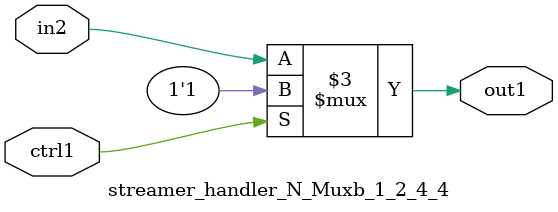
<source format=v>

`timescale 1ps / 1ps


module streamer_handler_N_Muxb_1_2_4_4( in2, ctrl1, out1 );

    input in2;
    input ctrl1;
    output out1;
    reg out1;

    
    // rtl_process:streamer_handler_N_Muxb_1_2_4_4/streamer_handler_N_Muxb_1_2_4_4_thread_1
    always @*
      begin : streamer_handler_N_Muxb_1_2_4_4_thread_1
        case (ctrl1) 
          1'b1: 
            begin
              out1 = 1'b1;
            end
          default: 
            begin
              out1 = in2;
            end
        endcase
      end

endmodule



</source>
